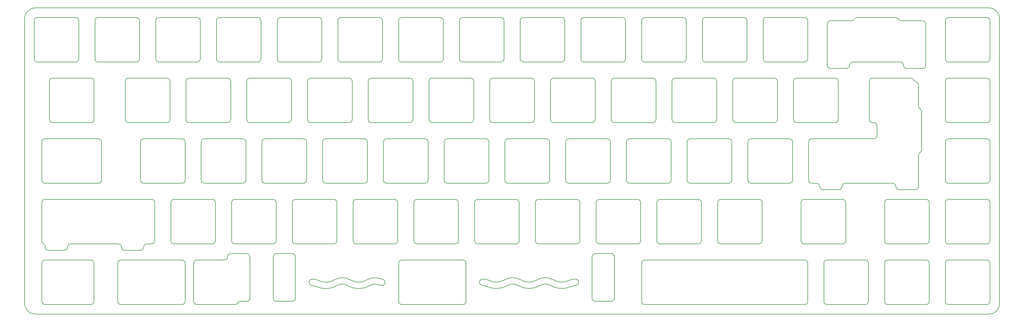
<source format=gm1>
G04 #@! TF.GenerationSoftware,KiCad,Pcbnew,(5.1.5)-3*
G04 #@! TF.CreationDate,2020-06-26T12:36:06-04:00*
G04 #@! TF.ProjectId,discipline-pcb,64697363-6970-46c6-996e-652d7063622e,rev?*
G04 #@! TF.SameCoordinates,Original*
G04 #@! TF.FileFunction,Profile,NP*
%FSLAX46Y46*%
G04 Gerber Fmt 4.6, Leading zero omitted, Abs format (unit mm)*
G04 Created by KiCad (PCBNEW (5.1.5)-3) date 2020-06-26 12:36:06*
%MOMM*%
%LPD*%
G04 APERTURE LIST*
%ADD10C,0.150000*%
%ADD11C,0.200000*%
G04 APERTURE END LIST*
D10*
X56647558Y-91322900D02*
X355783441Y-91322900D01*
D11*
X131284250Y-182522901D02*
X131284250Y-169522901D01*
X132284250Y-183522901D02*
G75*
G02X131284250Y-182522901I0J1000000D01*
G01*
X137284250Y-168522901D02*
X132284250Y-168522901D01*
X137284250Y-183522901D02*
X132284250Y-183522901D01*
X138284250Y-182522901D02*
X138284250Y-169522901D01*
X138284250Y-182522901D02*
G75*
G02X137284250Y-183522901I-1000000J0D01*
G01*
X137284250Y-168522901D02*
G75*
G02X138284250Y-169522901I0J-1000000D01*
G01*
X131284250Y-169522901D02*
G75*
G02X132284250Y-168522901I1000000J0D01*
G01*
X237284250Y-168522901D02*
G75*
G02X238284250Y-169522901I0J-1000000D01*
G01*
X237284250Y-183522901D02*
X232284250Y-183522901D01*
X238284250Y-182522901D02*
X238284250Y-169522901D01*
X231284250Y-182522901D02*
X231284250Y-169522901D01*
X237284250Y-168522901D02*
X232284250Y-168522901D01*
X231284250Y-169522901D02*
G75*
G02X232284250Y-168522901I1000000J0D01*
G01*
X238284250Y-182522901D02*
G75*
G02X237284250Y-183522901I-1000000J0D01*
G01*
X232284250Y-183522901D02*
G75*
G02X231284250Y-182522901I0J1000000D01*
G01*
X171640500Y-184522901D02*
G75*
G02X170640500Y-183522901I0J1000000D01*
G01*
X170640500Y-171522901D02*
X170640500Y-183522901D01*
X191784250Y-183522901D02*
G75*
G02X190784250Y-184522901I-1000000J0D01*
G01*
X170640500Y-171522901D02*
G75*
G02X171640500Y-170522901I1000000J0D01*
G01*
X190784250Y-170522901D02*
G75*
G02X191784250Y-171522901I0J-1000000D01*
G01*
X191784250Y-171522901D02*
X191784250Y-183522901D01*
X161698107Y-178502520D02*
X161605141Y-178556818D01*
X143453074Y-178553845D02*
G75*
G02X145040341Y-178944527I-385301J-4985132D01*
G01*
X154451367Y-178502520D02*
X154544333Y-178556818D01*
X142530135Y-177556818D02*
X142530135Y-177556818D01*
X150323654Y-176829812D02*
X150416620Y-176775514D01*
X151332341Y-178556819D02*
G75*
G02X145040341Y-178944527I-3530404J6044523D01*
G01*
X160596454Y-176829812D02*
G75*
G02X155553020Y-176829812I-2521717J4317516D01*
G01*
X166390500Y-177522900D02*
X166390500Y-177522900D01*
X166390500Y-177522901D02*
G75*
G02X165266353Y-178515164I-1000000J1D01*
G01*
X142530135Y-177556818D02*
G75*
G02X143530135Y-176556818I1000000J0D01*
G01*
X155460054Y-176775514D02*
X155553020Y-176829812D01*
X203787769Y-176795894D02*
G75*
G02X199024080Y-176947557I-2521717J4317516D01*
G01*
X151332341Y-178556818D02*
X151425307Y-178502520D01*
X151425306Y-178502521D02*
G75*
G02X154451367Y-178502520I1513031J-2590509D01*
G01*
X160596454Y-176829812D02*
X160689420Y-176775514D01*
X224573526Y-178910490D02*
G75*
G02X226158790Y-178519893I1972767J-4594364D01*
G01*
X143530135Y-176556818D02*
X143766387Y-176556818D01*
X161698106Y-178502520D02*
G75*
G02X164214617Y-178265835I1513031J-2590510D01*
G01*
X165266353Y-178515165D02*
G75*
G02X164214617Y-178265835I620731J4961320D01*
G01*
X143766387Y-176556818D02*
G75*
G02X145559965Y-176981475I0J-4000000D01*
G01*
X160689420Y-176775514D02*
G75*
G02X164577976Y-176283482I2521717J-4317516D01*
G01*
X150416620Y-176775514D02*
G75*
G02X155460054Y-176775514I2521717J-4317516D01*
G01*
X196917189Y-178519927D02*
G75*
G02X198504456Y-178910609I-385302J-4985132D01*
G01*
X161605141Y-178556818D02*
G75*
G02X154544333Y-178556818I-3530404J6044522D01*
G01*
X196917190Y-178519927D02*
G75*
G02X195994250Y-177522901I77060J997026D01*
G01*
X195994250Y-177522901D02*
G75*
G02X196994250Y-176522901I1000000J0D01*
G01*
X165612160Y-176547776D02*
G75*
G02X166390500Y-177522901I-221660J-975124D01*
G01*
X165612158Y-176547777D02*
G75*
G02X164577976Y-176283482I4433173J19502487D01*
G01*
X150323654Y-176829812D02*
G75*
G02X145559965Y-176981475I-2521717J4317516D01*
G01*
X143453075Y-178553844D02*
G75*
G02X142530135Y-177556818I77060J997026D01*
G01*
X214153535Y-176741596D02*
G75*
G02X219196969Y-176741596I2521717J-4317516D01*
G01*
X208924169Y-176741596D02*
X209017135Y-176795894D01*
X224573526Y-178910489D02*
G75*
G02X218281248Y-178522900I-2761874J6432111D01*
G01*
X215162221Y-178468603D02*
G75*
G02X218188282Y-178468602I1513031J-2590509D01*
G01*
X215069256Y-178522900D02*
G75*
G02X208008448Y-178522900I-3530404J6044522D01*
G01*
X203880735Y-176741596D02*
G75*
G02X208924169Y-176741596I2521717J-4317516D01*
G01*
X204889421Y-178468603D02*
G75*
G02X207915482Y-178468602I1513031J-2590509D01*
G01*
X204796456Y-178522901D02*
G75*
G02X198504456Y-178910609I-3530404J6044523D01*
G01*
X204796456Y-178522901D02*
X204889422Y-178468602D01*
X227081290Y-177522901D02*
G75*
G02X226158790Y-178519893I-1000000J0D01*
G01*
X224053624Y-176947558D02*
G75*
G02X225847202Y-176522901I1793578J-3575343D01*
G01*
X224053624Y-176947557D02*
G75*
G02X219289935Y-176795894I-2241972J4469179D01*
G01*
X225847202Y-176522901D02*
X226081290Y-176522901D01*
X226081290Y-176522901D02*
G75*
G02X227081290Y-177522901I0J-1000000D01*
G01*
X195994250Y-177522901D02*
X195994250Y-177522901D01*
X196994250Y-176522901D02*
X197230502Y-176522901D01*
X227081290Y-177522901D02*
X227081290Y-177522901D01*
X219196969Y-176741596D02*
X219289935Y-176795894D01*
X214060569Y-176795894D02*
G75*
G02X209017135Y-176795894I-2521717J4317516D01*
G01*
X215162222Y-178468602D02*
X215069256Y-178522901D01*
X197230502Y-176522900D02*
G75*
G02X199024080Y-176947557I0J-4000001D01*
G01*
X214060569Y-176795894D02*
X214153535Y-176741596D01*
X207915482Y-178468602D02*
X208008448Y-178522901D01*
X218188282Y-178468602D02*
X218281248Y-178522901D01*
X203787769Y-176795894D02*
X203880735Y-176741596D01*
X171640500Y-170522901D02*
X190784250Y-170522901D01*
X171640500Y-184522901D02*
X190784250Y-184522901D01*
X58721750Y-171522901D02*
X58721750Y-183522901D01*
X58721750Y-171522901D02*
G75*
G02X59721750Y-170522901I1000000J0D01*
G01*
X75103000Y-171522901D02*
X75103000Y-183522901D01*
X75103000Y-183522901D02*
G75*
G02X74103000Y-184522901I-1000000J0D01*
G01*
X59721750Y-184522901D02*
G75*
G02X58721750Y-183522901I0J1000000D01*
G01*
X74103000Y-170522901D02*
G75*
G02X75103000Y-171522901I0J-1000000D01*
G01*
X59721750Y-184522901D02*
X74103000Y-184522901D01*
X59721750Y-170522901D02*
X74103000Y-170522901D01*
X82534250Y-171522901D02*
X82534250Y-183522901D01*
X83534250Y-184522901D02*
G75*
G02X82534250Y-183522901I0J1000000D01*
G01*
X82534250Y-171522901D02*
G75*
G02X83534250Y-170522901I1000000J0D01*
G01*
X103678000Y-171522901D02*
X103678000Y-183522901D01*
X102678000Y-170522901D02*
G75*
G02X103678000Y-171522901I0J-1000000D01*
G01*
X103678000Y-183522901D02*
G75*
G02X102678000Y-184522901I-1000000J0D01*
G01*
X83534250Y-170522901D02*
X102678000Y-170522901D01*
X83534250Y-184522901D02*
X102678000Y-184522901D01*
X107346750Y-184522901D02*
X119346750Y-184522901D01*
X106346750Y-171522901D02*
X106346750Y-183522901D01*
X122990500Y-168522901D02*
G75*
G02X123990500Y-169522901I0J-1000000D01*
G01*
X116990500Y-169522901D02*
G75*
G02X117990500Y-168522901I1000000J0D01*
G01*
X107346750Y-184522901D02*
G75*
G02X106346750Y-183522901I0J1000000D01*
G01*
X123990500Y-182522901D02*
G75*
G02X122990500Y-183522901I-1000000J0D01*
G01*
X123990500Y-182522901D02*
X123990500Y-169522901D01*
X120212775Y-184022901D02*
G75*
G02X119346750Y-184522901I-866025J500000D01*
G01*
X122990500Y-168522901D02*
X117990500Y-168522901D01*
X106346750Y-171522901D02*
G75*
G02X107346750Y-170522901I1000000J0D01*
G01*
X116990500Y-169522901D02*
G75*
G02X115990500Y-170522901I-1000000J0D01*
G01*
X116990499Y-169522901D02*
X116990499Y-169522901D01*
X107346750Y-170522901D02*
X115990500Y-170522901D01*
X122990500Y-183522901D02*
X121078800Y-183522901D01*
X120212775Y-184022901D02*
G75*
G02X121078800Y-183522901I866025J-500000D01*
G01*
X343090500Y-184522901D02*
X355090500Y-184522901D01*
X343090500Y-184522901D02*
G75*
G02X342090500Y-183522901I0J1000000D01*
G01*
X323040500Y-171522901D02*
G75*
G02X324040500Y-170522901I1000000J0D01*
G01*
X337040500Y-183522901D02*
G75*
G02X336040500Y-184522901I-1000000J0D01*
G01*
X356090500Y-183522901D02*
G75*
G02X355090500Y-184522901I-1000000J0D01*
G01*
X324040500Y-184522901D02*
G75*
G02X323040500Y-183522901I0J1000000D01*
G01*
X343090500Y-170522901D02*
X355090500Y-170522901D01*
X355090500Y-170522901D02*
G75*
G02X356090500Y-171522901I0J-1000000D01*
G01*
X336040500Y-170522901D02*
G75*
G02X337040500Y-171522901I0J-1000000D01*
G01*
X342090500Y-171522901D02*
X342090500Y-183522901D01*
X342090500Y-171522901D02*
G75*
G02X343090500Y-170522901I1000000J0D01*
G01*
X356090500Y-171522901D02*
X356090500Y-183522901D01*
X303990500Y-171522901D02*
G75*
G02X304990500Y-170522901I1000000J0D01*
G01*
X317990500Y-183522901D02*
G75*
G02X316990500Y-184522901I-1000000J0D01*
G01*
X324040500Y-170522901D02*
X336040500Y-170522901D01*
X323040500Y-171522901D02*
X323040500Y-183522901D01*
X303990500Y-171522901D02*
X303990500Y-183522901D01*
X324040500Y-184522901D02*
X336040500Y-184522901D01*
X304990500Y-184522901D02*
X316990500Y-184522901D01*
X316990500Y-170522901D02*
G75*
G02X317990500Y-171522901I0J-1000000D01*
G01*
X337040500Y-171522901D02*
X337040500Y-183522901D01*
X317990500Y-171522901D02*
X317990500Y-183522901D01*
X304990500Y-184522901D02*
G75*
G02X303990500Y-183522901I0J1000000D01*
G01*
X304990500Y-170522901D02*
X316990500Y-170522901D01*
X247840500Y-184522901D02*
X297940500Y-184522901D01*
X247840500Y-170522901D02*
X297940500Y-170522901D01*
X247840500Y-184522901D02*
G75*
G02X246840500Y-183522901I0J1000000D01*
G01*
X246840500Y-171522901D02*
X246840500Y-183522901D01*
X298940500Y-171522901D02*
X298940500Y-183522901D01*
X298940500Y-183522901D02*
G75*
G02X297940500Y-184522901I-1000000J0D01*
G01*
X246840500Y-171522901D02*
G75*
G02X247840500Y-170522901I1000000J0D01*
G01*
X297940500Y-170522901D02*
G75*
G02X298940500Y-171522901I0J-1000000D01*
G01*
X57340499Y-108322901D02*
G75*
G02X56340499Y-107322901I0J1000000D01*
G01*
X70340499Y-107322901D02*
G75*
G02X69340500Y-108322900I-999999J0D01*
G01*
X56340499Y-95322900D02*
G75*
G02X57340499Y-94322900I1000000J0D01*
G01*
X57340499Y-94322900D02*
X69340500Y-94322900D01*
X57340499Y-108322900D02*
X69340500Y-108322900D01*
X70340499Y-95322900D02*
X70340499Y-107322901D01*
X69340500Y-94322901D02*
G75*
G02X70340499Y-95322900I0J-999999D01*
G01*
X56340499Y-95322900D02*
X56340499Y-107322901D01*
X343090500Y-94322900D02*
X355090500Y-94322900D01*
X343090500Y-108322900D02*
X355090500Y-108322900D01*
X285940500Y-108322901D02*
G75*
G02X284940500Y-107322901I0J1000000D01*
G01*
X329953500Y-110322901D02*
X334953500Y-110322901D01*
X284940500Y-95322900D02*
G75*
G02X285940500Y-94322900I1000000J0D01*
G01*
X335953500Y-96322901D02*
X335953500Y-109322901D01*
X305077500Y-96322901D02*
G75*
G02X306077500Y-95322901I1000000J0D01*
G01*
X342090500Y-95322900D02*
X342090500Y-107322901D01*
X298940499Y-107322901D02*
G75*
G02X297940500Y-108322900I-999999J0D01*
G01*
X297940500Y-94322900D02*
G75*
G02X298940500Y-95322900I0J-1000000D01*
G01*
X356090500Y-95322900D02*
X356090500Y-107322901D01*
X314515500Y-94322900D02*
X326515500Y-94322900D01*
X306077500Y-110322901D02*
X311077500Y-110322901D01*
X355090500Y-94322900D02*
G75*
G02X356090500Y-95322900I0J-1000000D01*
G01*
X326515500Y-94322900D02*
G75*
G02X327381525Y-94822900I0J-1000000D01*
G01*
X334953500Y-95322901D02*
G75*
G02X335953500Y-96322901I0J-1000000D01*
G01*
X305077500Y-96322901D02*
X305077500Y-109322901D01*
X342090500Y-95322900D02*
G75*
G02X343090500Y-94322900I1000000J0D01*
G01*
X306077500Y-110322901D02*
G75*
G02X305077500Y-109322901I0J1000000D01*
G01*
X312077500Y-109322901D02*
G75*
G02X311077500Y-110322901I-1000000J0D01*
G01*
X313649475Y-94822900D02*
G75*
G02X314515500Y-94322900I866025J-500000D01*
G01*
X329953500Y-110322901D02*
G75*
G02X328953500Y-109322901I0J1000000D01*
G01*
X335953500Y-109322901D02*
G75*
G02X334953500Y-110322901I-1000000J0D01*
G01*
X221740500Y-94322900D02*
G75*
G02X222740500Y-95322900I0J-1000000D01*
G01*
X209740500Y-108322901D02*
G75*
G02X208740500Y-107322901I0J1000000D01*
G01*
X222740500Y-95322900D02*
X222740500Y-107322901D01*
X184640498Y-107322901D02*
G75*
G02X183640499Y-108322900I-999999J0D01*
G01*
X209740500Y-94322900D02*
X221740500Y-94322900D01*
X228790500Y-94322900D02*
X240790500Y-94322900D01*
X228790500Y-108322900D02*
X240790500Y-108322900D01*
X203690499Y-107322901D02*
G75*
G02X202690500Y-108322900I-999999J0D01*
G01*
X190690500Y-108322901D02*
G75*
G02X189690500Y-107322901I0J1000000D01*
G01*
X190690500Y-94322900D02*
X202690500Y-94322900D01*
X189690500Y-95322900D02*
G75*
G02X190690500Y-94322900I1000000J0D01*
G01*
X208740500Y-95322900D02*
X208740500Y-107322901D01*
X222740499Y-107322901D02*
G75*
G02X221740500Y-108322900I-999999J0D01*
G01*
X227790500Y-95322900D02*
X227790500Y-107322901D01*
X241790500Y-95322900D02*
X241790500Y-107322901D01*
X190690500Y-108322900D02*
X202690500Y-108322900D01*
X227790500Y-95322900D02*
G75*
G02X228790500Y-94322900I1000000J0D01*
G01*
X203690500Y-95322900D02*
X203690500Y-107322901D01*
X209740500Y-108322900D02*
X221740500Y-108322900D01*
X208740500Y-95322900D02*
G75*
G02X209740500Y-94322900I1000000J0D01*
G01*
X171640500Y-108322901D02*
G75*
G02X170640500Y-107322901I0J1000000D01*
G01*
X202690500Y-94322900D02*
G75*
G02X203690500Y-95322900I0J-1000000D01*
G01*
X189690500Y-95322900D02*
X189690500Y-107322901D01*
X356090499Y-107322901D02*
G75*
G02X355090500Y-108322900I-999999J0D01*
G01*
X343090500Y-108322901D02*
G75*
G02X342090500Y-107322901I0J1000000D01*
G01*
X171640500Y-94322900D02*
X183640499Y-94322900D01*
X171640500Y-108322900D02*
X183640499Y-108322900D01*
X133540500Y-108322900D02*
X145540500Y-108322900D01*
X133540500Y-108322901D02*
G75*
G02X132540500Y-107322901I0J1000000D01*
G01*
X146540499Y-107322901D02*
G75*
G02X145540500Y-108322900I-999999J0D01*
G01*
X164590500Y-94322900D02*
G75*
G02X165590500Y-95322900I0J-1000000D01*
G01*
X170640500Y-95322900D02*
X170640500Y-107322901D01*
X184640499Y-95322900D02*
X184640499Y-107322901D01*
X132540500Y-95322900D02*
X132540500Y-107322901D01*
X183640499Y-94322900D02*
G75*
G02X184640499Y-95322900I0J-1000000D01*
G01*
X127490499Y-107322901D02*
G75*
G02X126490500Y-108322900I-999999J0D01*
G01*
X146540500Y-95322900D02*
X146540500Y-107322901D01*
X165590500Y-95322900D02*
X165590500Y-107322901D01*
X133540500Y-94322900D02*
X145540500Y-94322900D01*
X145540500Y-94322900D02*
G75*
G02X146540500Y-95322900I0J-1000000D01*
G01*
X152590500Y-94322900D02*
X164590500Y-94322900D01*
X151590500Y-95322900D02*
G75*
G02X152590500Y-94322900I1000000J0D01*
G01*
X170640500Y-95322900D02*
G75*
G02X171640500Y-94322900I1000000J0D01*
G01*
X152590500Y-108322901D02*
G75*
G02X151590500Y-107322901I0J1000000D01*
G01*
X165590499Y-107322901D02*
G75*
G02X164590500Y-108322900I-999999J0D01*
G01*
X132540500Y-95322900D02*
G75*
G02X133540500Y-94322900I1000000J0D01*
G01*
X152590500Y-108322900D02*
X164590500Y-108322900D01*
X151590500Y-95322900D02*
X151590500Y-107322901D01*
X328953500Y-109322901D02*
X328953500Y-109322901D01*
X313077500Y-108322900D02*
X327953500Y-108322900D01*
X313649474Y-94822900D02*
G75*
G02X312783449Y-95322900I-866025J500000D01*
G01*
X328247550Y-95322900D02*
G75*
G02X327381525Y-94822900I0J1000000D01*
G01*
X312077499Y-109322901D02*
G75*
G02X313077500Y-108322900I1000001J0D01*
G01*
X327953500Y-108322901D02*
G75*
G02X328953500Y-109322901I0J-1000000D01*
G01*
X334953500Y-95322901D02*
X328247550Y-95322900D01*
X312077500Y-109322901D02*
X312077500Y-109322901D01*
X306077500Y-95322901D02*
X312783449Y-95322900D01*
X246840500Y-95322900D02*
X246840500Y-107322901D01*
X241790499Y-107322901D02*
G75*
G02X240790500Y-108322900I-999999J0D01*
G01*
X266890500Y-108322901D02*
G75*
G02X265890500Y-107322901I0J1000000D01*
G01*
X247840500Y-108322900D02*
X259840500Y-108322900D01*
X266890500Y-94322900D02*
X278890500Y-94322900D01*
X265890500Y-95322900D02*
X265890500Y-107322901D01*
X246840500Y-95322900D02*
G75*
G02X247840500Y-94322900I1000000J0D01*
G01*
X278890500Y-94322900D02*
G75*
G02X279890500Y-95322900I0J-1000000D01*
G01*
X247840500Y-94322900D02*
X259840500Y-94322900D01*
X240790500Y-94322900D02*
G75*
G02X241790500Y-95322900I0J-1000000D01*
G01*
X279890500Y-95322900D02*
X279890500Y-107322901D01*
X285940500Y-94322900D02*
X297940500Y-94322900D01*
X265890500Y-95322900D02*
G75*
G02X266890500Y-94322900I1000000J0D01*
G01*
X279890499Y-107322901D02*
G75*
G02X278890500Y-108322900I-999999J0D01*
G01*
X266890500Y-108322900D02*
X278890500Y-108322900D01*
X285940500Y-108322900D02*
X297940500Y-108322900D01*
X284940500Y-95322900D02*
X284940500Y-107322901D01*
X260840500Y-95322900D02*
X260840500Y-107322901D01*
X298940500Y-95322900D02*
X298940500Y-107322901D01*
X259840500Y-94322900D02*
G75*
G02X260840500Y-95322900I0J-1000000D01*
G01*
X228790500Y-108322901D02*
G75*
G02X227790500Y-107322901I0J1000000D01*
G01*
X247840500Y-108322901D02*
G75*
G02X246840500Y-107322901I0J1000000D01*
G01*
X260840499Y-107322901D02*
G75*
G02X259840500Y-108322900I-999999J0D01*
G01*
X108440500Y-95322900D02*
X108440500Y-107322901D01*
X95440500Y-108322901D02*
G75*
G02X94440500Y-107322901I0J1000000D01*
G01*
X108440499Y-107322901D02*
G75*
G02X107440500Y-108322900I-999999J0D01*
G01*
X76390500Y-108322900D02*
X88390500Y-108322900D01*
X95440500Y-94322900D02*
X107440500Y-94322900D01*
X95440500Y-108322900D02*
X107440500Y-108322900D01*
X94440500Y-95322900D02*
X94440500Y-107322901D01*
X114490499Y-94322900D02*
X126490500Y-94322900D01*
X114490499Y-108322900D02*
X126490500Y-108322900D01*
X113490500Y-95322900D02*
X113490500Y-107322901D01*
X107440500Y-94322900D02*
G75*
G02X108440500Y-95322900I0J-1000000D01*
G01*
X127490499Y-95322900D02*
X127490499Y-107322901D01*
X89390499Y-107322901D02*
G75*
G02X88390500Y-108322900I-999999J0D01*
G01*
X113490499Y-95322900D02*
G75*
G02X114490499Y-94322900I1000000J0D01*
G01*
X126490500Y-94322900D02*
G75*
G02X127490500Y-95322900I0J-1000000D01*
G01*
X114490499Y-108322901D02*
G75*
G02X113490499Y-107322901I0J1000000D01*
G01*
X76390500Y-94322900D02*
X88390500Y-94322900D01*
X94440500Y-95322900D02*
G75*
G02X95440500Y-94322900I1000000J0D01*
G01*
X75390500Y-95322900D02*
X75390500Y-107322901D01*
X89390500Y-95322900D02*
X89390500Y-107322901D01*
X75390500Y-95322900D02*
G75*
G02X76390500Y-94322900I1000000J0D01*
G01*
X88390500Y-94322900D02*
G75*
G02X89390500Y-95322900I0J-1000000D01*
G01*
X76390500Y-108322901D02*
G75*
G02X75390500Y-107322901I0J1000000D01*
G01*
X318277999Y-114372901D02*
X318277999Y-126372901D01*
X318277999Y-114372901D02*
G75*
G02X319277999Y-113372901I1000000J0D01*
G01*
X334159250Y-123031876D02*
G75*
G02X334659250Y-123897901I-500000J-866025D01*
G01*
X331277999Y-113372902D02*
G75*
G02X332178837Y-113938745I1J-999999D01*
G01*
X319277999Y-127372901D02*
G75*
G02X318277999Y-126372901I0J1000000D01*
G01*
X334659250Y-123897901D02*
X334659250Y-135897901D01*
X319277999Y-113372901D02*
X331278000Y-113372901D01*
X334659250Y-135897901D02*
G75*
G02X334159250Y-136763926I-1000000J0D01*
G01*
X332869463Y-114482245D02*
G75*
G02X333659250Y-115459901I-210213J-977656D01*
G01*
X327572250Y-148422901D02*
G75*
G02X326572250Y-147422901I0J1000000D01*
G01*
X327572250Y-148422901D02*
X332572250Y-148422901D01*
X325572250Y-146422901D02*
G75*
G02X326572250Y-147422901I0J-1000000D01*
G01*
X326572250Y-147422901D02*
X326572250Y-147422901D01*
X333659250Y-147422901D02*
X333659250Y-137629951D01*
X333659250Y-137629951D02*
G75*
G02X334159250Y-136763926I1000000J0D01*
G01*
X320659250Y-131422901D02*
G75*
G02X319659250Y-132422901I-1000000J0D01*
G01*
X319659250Y-127372901D02*
X319277999Y-127372901D01*
X319659250Y-127372901D02*
G75*
G02X320659250Y-128372901I0J-1000000D01*
G01*
X333659250Y-115459901D02*
X333659250Y-122165850D01*
X332869462Y-114482245D02*
G75*
G02X332178837Y-113938745I210213J977656D01*
G01*
X334159250Y-123031875D02*
G75*
G02X333659250Y-122165850I500000J866025D01*
G01*
X332572250Y-148422901D02*
X332659250Y-148422901D01*
X333659250Y-147422901D02*
G75*
G02X332659250Y-148422901I-1000000J0D01*
G01*
X320659250Y-131422901D02*
X320659250Y-128372901D01*
X300228000Y-146422901D02*
G75*
G02X299228000Y-145422901I0J1000000D01*
G01*
X299228000Y-133422901D02*
X299228000Y-145422901D01*
X303696250Y-148422901D02*
X308696250Y-148422901D01*
X303696250Y-148422901D02*
G75*
G02X302696250Y-147422901I0J1000000D01*
G01*
X309696250Y-147422901D02*
G75*
G02X308696250Y-148422901I-1000000J0D01*
G01*
X299228000Y-133422901D02*
G75*
G02X300228000Y-132422901I1000000J0D01*
G01*
X301696250Y-146422901D02*
G75*
G02X302696250Y-147422901I0J-1000000D01*
G01*
X309696250Y-147422901D02*
G75*
G02X310696250Y-146422901I1000000J0D01*
G01*
X302696250Y-147422901D02*
X302696250Y-147422901D01*
X300228000Y-146422901D02*
X301696250Y-146422901D01*
X310696250Y-146422901D02*
X325572250Y-146422901D01*
X309696250Y-147422901D02*
X309696250Y-147422901D01*
X300228000Y-132422901D02*
X319659250Y-132422901D01*
X90684750Y-166472901D02*
G75*
G02X89684750Y-167472901I-1000000J0D01*
G01*
X93153000Y-151472900D02*
G75*
G02X94153000Y-152472900I0J-1000000D01*
G01*
X84684750Y-167472900D02*
X89684750Y-167472900D01*
X84684750Y-167472901D02*
G75*
G02X83684750Y-166472901I0J1000000D01*
G01*
X94153000Y-152472900D02*
X94153000Y-164472901D01*
X66808750Y-166472901D02*
G75*
G02X65808750Y-167472901I-1000000J0D01*
G01*
X58721750Y-152472900D02*
G75*
G02X59721750Y-151472900I1000000J0D01*
G01*
X59265250Y-165362624D02*
G75*
G02X58721750Y-164472901I456500J889723D01*
G01*
X94153000Y-164472901D02*
G75*
G02X93153000Y-165472901I-1000000J0D01*
G01*
X60808749Y-167472900D02*
X65808750Y-167472900D01*
X58721750Y-152472900D02*
X58721750Y-164472901D01*
X60808749Y-167472901D02*
G75*
G02X59808749Y-166472901I0J1000000D01*
G01*
X66808750Y-166472901D02*
G75*
G02X67808750Y-165472901I1000000J0D01*
G01*
X90684750Y-166472901D02*
G75*
G02X91684750Y-165472901I1000000J0D01*
G01*
X91684750Y-165472900D02*
X93153000Y-165472900D01*
X66808750Y-166472901D02*
X66808750Y-166472901D01*
X59808749Y-166472901D02*
X59808749Y-166252347D01*
X83684750Y-166472901D02*
X83684750Y-166472901D01*
X90684750Y-166472901D02*
X90684750Y-166472901D01*
X82684750Y-165472901D02*
G75*
G02X83684750Y-166472901I0J-1000000D01*
G01*
X59721750Y-151472901D02*
X93153000Y-151472901D01*
X67808750Y-165472900D02*
X82684750Y-165472900D01*
X59265250Y-165362624D02*
G75*
G02X59808750Y-166252347I-456500J-889723D01*
G01*
X61102999Y-114372901D02*
X61102999Y-126372901D01*
X75103000Y-126372901D02*
G75*
G02X74103000Y-127372901I-1000000J0D01*
G01*
X61103000Y-114372901D02*
G75*
G02X62103000Y-113372901I1000000J0D01*
G01*
X62103000Y-113372901D02*
X74103000Y-113372901D01*
X75103000Y-114372901D02*
X75103000Y-126372901D01*
X62103000Y-127372901D02*
G75*
G02X61103000Y-126372901I0J1000000D01*
G01*
X62103000Y-127372901D02*
X74103000Y-127372901D01*
X74103000Y-113372901D02*
G75*
G02X75103000Y-114372901I0J-1000000D01*
G01*
X77484250Y-133422901D02*
X77484250Y-145422901D01*
X58721750Y-133422901D02*
G75*
G02X59721750Y-132422901I1000000J0D01*
G01*
X76484250Y-132422901D02*
G75*
G02X77484250Y-133422901I0J-1000000D01*
G01*
X77484250Y-145422901D02*
G75*
G02X76484250Y-146422901I-1000000J0D01*
G01*
X58721750Y-133422901D02*
X58721750Y-145422901D01*
X59721750Y-146422901D02*
G75*
G02X58721750Y-145422901I0J1000000D01*
G01*
X59721750Y-146422901D02*
X76484250Y-146422901D01*
X59721750Y-132422901D02*
X76484250Y-132422901D01*
X324040500Y-165472900D02*
X336040500Y-165472900D01*
X297846750Y-165472900D02*
X309846750Y-165472900D01*
X271653000Y-165472900D02*
X283653000Y-165472900D01*
X343090500Y-165472900D02*
X355090500Y-165472900D01*
X252603000Y-165472900D02*
X264603000Y-165472900D01*
X233553000Y-165472900D02*
X245553000Y-165472900D01*
X100203000Y-165472900D02*
X112203000Y-165472900D01*
X138303000Y-165472900D02*
X150302999Y-165472900D01*
X119253000Y-165472900D02*
X131253000Y-165472900D01*
X157353000Y-165472900D02*
X169353000Y-165472900D01*
X176403000Y-165472900D02*
X188403000Y-165472900D01*
X195453000Y-165472900D02*
X207453000Y-165472900D01*
X214503000Y-165472900D02*
X226503000Y-165472900D01*
X252603000Y-151472901D02*
X264603000Y-151472901D01*
X296846750Y-152472900D02*
G75*
G02X297846750Y-151472900I1000000J0D01*
G01*
X232553000Y-152472900D02*
X232553000Y-164472901D01*
X324040500Y-165472901D02*
G75*
G02X323040500Y-164472901I0J1000000D01*
G01*
X233553000Y-151472901D02*
X245553000Y-151472901D01*
X251603000Y-152472900D02*
X251603000Y-164472901D01*
X227503000Y-164472901D02*
G75*
G02X226503000Y-165472901I-1000000J0D01*
G01*
X270653000Y-152472900D02*
X270653000Y-164472901D01*
X310846750Y-164472901D02*
G75*
G02X309846750Y-165472901I-1000000J0D01*
G01*
X356090500Y-164472901D02*
G75*
G02X355090500Y-165472901I-1000000J0D01*
G01*
X283653000Y-151472900D02*
G75*
G02X284653000Y-152472900I0J-1000000D01*
G01*
X356090500Y-152472900D02*
X356090500Y-164472901D01*
X264603000Y-151472900D02*
G75*
G02X265603000Y-152472900I0J-1000000D01*
G01*
X232553000Y-152472900D02*
G75*
G02X233553000Y-151472900I1000000J0D01*
G01*
X296846750Y-152472900D02*
X296846750Y-164472901D01*
X245553000Y-151472900D02*
G75*
G02X246553000Y-152472900I0J-1000000D01*
G01*
X214503000Y-165472901D02*
G75*
G02X213503000Y-164472901I0J1000000D01*
G01*
X297846750Y-151472901D02*
X309846750Y-151472901D01*
X343090500Y-151472901D02*
X355090500Y-151472901D01*
X246553000Y-152472900D02*
X246553000Y-164472901D01*
X265603000Y-164472901D02*
G75*
G02X264603000Y-165472901I-1000000J0D01*
G01*
X342090500Y-152472900D02*
X342090500Y-164472901D01*
X284653000Y-164472901D02*
G75*
G02X283653000Y-165472901I-1000000J0D01*
G01*
X284653000Y-152472900D02*
X284653000Y-164472901D01*
X271653000Y-165472901D02*
G75*
G02X270653000Y-164472901I0J1000000D01*
G01*
X337040500Y-164472901D02*
G75*
G02X336040500Y-165472901I-1000000J0D01*
G01*
X233553000Y-165472901D02*
G75*
G02X232553000Y-164472901I0J1000000D01*
G01*
X246553000Y-164472901D02*
G75*
G02X245553000Y-165472901I-1000000J0D01*
G01*
X297846750Y-165472901D02*
G75*
G02X296846750Y-164472901I0J1000000D01*
G01*
X324040500Y-151472901D02*
X336040500Y-151472901D01*
X342090500Y-152472900D02*
G75*
G02X343090500Y-151472900I1000000J0D01*
G01*
X265603000Y-152472900D02*
X265603000Y-164472901D01*
X271653000Y-151472901D02*
X283653000Y-151472901D01*
X355090500Y-151472900D02*
G75*
G02X356090500Y-152472900I0J-1000000D01*
G01*
X343090500Y-165472901D02*
G75*
G02X342090500Y-164472901I0J1000000D01*
G01*
X252603000Y-165472901D02*
G75*
G02X251603000Y-164472901I0J1000000D01*
G01*
X336040500Y-151472900D02*
G75*
G02X337040500Y-152472900I0J-1000000D01*
G01*
X309846750Y-151472900D02*
G75*
G02X310846750Y-152472900I0J-1000000D01*
G01*
X270653000Y-152472900D02*
G75*
G02X271653000Y-151472900I1000000J0D01*
G01*
X323040500Y-152472900D02*
X323040500Y-164472901D01*
X251603000Y-152472900D02*
G75*
G02X252603000Y-151472900I1000000J0D01*
G01*
X337040500Y-152472900D02*
X337040500Y-164472901D01*
X323040500Y-152472900D02*
G75*
G02X324040500Y-151472900I1000000J0D01*
G01*
X310846750Y-152472900D02*
X310846750Y-164472901D01*
X99203000Y-152472900D02*
X99203000Y-164472901D01*
X113203000Y-152472900D02*
X113203000Y-164472901D01*
X99203000Y-152472900D02*
G75*
G02X100203000Y-151472900I1000000J0D01*
G01*
X112203000Y-151472900D02*
G75*
G02X113203000Y-152472900I0J-1000000D01*
G01*
X119253000Y-151472901D02*
X131253000Y-151472901D01*
X118253000Y-152472900D02*
X118253000Y-164472901D01*
X132253000Y-152472900D02*
X132253000Y-164472901D01*
X118253000Y-152472900D02*
G75*
G02X119253000Y-151472900I1000000J0D01*
G01*
X100203000Y-151472901D02*
X112203000Y-151472901D01*
X131253000Y-151472900D02*
G75*
G02X132253000Y-152472900I0J-1000000D01*
G01*
X119253000Y-165472901D02*
G75*
G02X118253000Y-164472901I0J1000000D01*
G01*
X138303000Y-151472901D02*
X150302999Y-151472901D01*
X151303000Y-152472900D02*
X151303000Y-164472901D01*
X137303000Y-152472900D02*
G75*
G02X138303000Y-151472900I1000000J0D01*
G01*
X138303000Y-165472901D02*
G75*
G02X137303000Y-164472901I0J1000000D01*
G01*
X151302999Y-164472901D02*
G75*
G02X150302999Y-165472901I-1000000J0D01*
G01*
X137303000Y-152472900D02*
X137303000Y-164472901D01*
X132253000Y-164472901D02*
G75*
G02X131253000Y-165472901I-1000000J0D01*
G01*
X100203000Y-165472901D02*
G75*
G02X99203000Y-164472901I0J1000000D01*
G01*
X113203000Y-164472901D02*
G75*
G02X112203000Y-165472901I-1000000J0D01*
G01*
X150302999Y-151472900D02*
G75*
G02X151302999Y-152472900I0J-1000000D01*
G01*
X157353000Y-151472901D02*
X169353000Y-151472901D01*
X175403000Y-152472900D02*
X175403000Y-164472901D01*
X208453000Y-152472900D02*
X208453000Y-164472901D01*
X170353000Y-164472901D02*
G75*
G02X169353000Y-165472901I-1000000J0D01*
G01*
X213503000Y-152472900D02*
G75*
G02X214503000Y-151472900I1000000J0D01*
G01*
X226503000Y-151472900D02*
G75*
G02X227503000Y-152472900I0J-1000000D01*
G01*
X195453000Y-165472901D02*
G75*
G02X194453000Y-164472901I0J1000000D01*
G01*
X189403000Y-152472900D02*
X189403000Y-164472901D01*
X227503000Y-152472900D02*
X227503000Y-164472901D01*
X170353000Y-152472900D02*
X170353000Y-164472901D01*
X175403000Y-152472900D02*
G75*
G02X176403000Y-151472900I1000000J0D01*
G01*
X176403000Y-165472901D02*
G75*
G02X175403000Y-164472901I0J1000000D01*
G01*
X195453000Y-151472901D02*
X207453000Y-151472901D01*
X194453000Y-152472900D02*
G75*
G02X195453000Y-151472900I1000000J0D01*
G01*
X156353000Y-152472900D02*
G75*
G02X157353000Y-151472900I1000000J0D01*
G01*
X176403000Y-151472901D02*
X188403000Y-151472901D01*
X189403000Y-164472901D02*
G75*
G02X188403000Y-165472901I-1000000J0D01*
G01*
X194453000Y-152472900D02*
X194453000Y-164472901D01*
X214503000Y-151472901D02*
X226503000Y-151472901D01*
X157353000Y-165472901D02*
G75*
G02X156353000Y-164472901I0J1000000D01*
G01*
X156353000Y-152472900D02*
X156353000Y-164472901D01*
X169353000Y-151472900D02*
G75*
G02X170353000Y-152472900I0J-1000000D01*
G01*
X207453000Y-151472900D02*
G75*
G02X208453000Y-152472900I0J-1000000D01*
G01*
X208453000Y-164472901D02*
G75*
G02X207453000Y-165472901I-1000000J0D01*
G01*
X213503000Y-152472900D02*
X213503000Y-164472901D01*
X188403000Y-151472900D02*
G75*
G02X189403000Y-152472900I0J-1000000D01*
G01*
X256365500Y-114372901D02*
X256365500Y-126372901D01*
X250315500Y-113372901D02*
G75*
G02X251315500Y-114372901I0J-1000000D01*
G01*
X256365500Y-114372901D02*
G75*
G02X257365500Y-113372901I1000000J0D01*
G01*
X269365500Y-113372901D02*
G75*
G02X270365500Y-114372901I0J-1000000D01*
G01*
X237315500Y-114372901D02*
X237315500Y-126372901D01*
X257365500Y-127372901D02*
G75*
G02X256365500Y-126372901I0J1000000D01*
G01*
X257365500Y-127372901D02*
X269365500Y-127372901D01*
X295465500Y-127372901D02*
X307465500Y-127372901D01*
X232265500Y-114372901D02*
X232265500Y-126372901D01*
X270365500Y-126372901D02*
G75*
G02X269365500Y-127372901I-1000000J0D01*
G01*
X307465500Y-113372901D02*
G75*
G02X308465500Y-114372901I0J-1000000D01*
G01*
X219265500Y-127372901D02*
G75*
G02X218265500Y-126372901I0J1000000D01*
G01*
X294465500Y-114372901D02*
X294465500Y-126372901D01*
X295465500Y-127372901D02*
G75*
G02X294465500Y-126372901I0J1000000D01*
G01*
X308465500Y-126372901D02*
G75*
G02X307465500Y-127372901I-1000000J0D01*
G01*
X295465500Y-113372901D02*
X307465500Y-113372901D01*
X251315500Y-114372901D02*
X251315500Y-126372901D01*
X294465500Y-114372901D02*
G75*
G02X295465500Y-113372901I1000000J0D01*
G01*
X275415500Y-114372901D02*
G75*
G02X276415500Y-113372901I1000000J0D01*
G01*
X238315500Y-127372901D02*
X250315500Y-127372901D01*
X251315500Y-126372901D02*
G75*
G02X250315500Y-127372901I-1000000J0D01*
G01*
X275415500Y-114372901D02*
X275415500Y-126372901D01*
X218265500Y-114372901D02*
G75*
G02X219265500Y-113372901I1000000J0D01*
G01*
X232265500Y-126372901D02*
G75*
G02X231265500Y-127372901I-1000000J0D01*
G01*
X238315500Y-113372901D02*
X250315500Y-113372901D01*
X276415500Y-127372901D02*
X288415500Y-127372901D01*
X289415500Y-114372901D02*
X289415500Y-126372901D01*
X257365500Y-113372901D02*
X269365500Y-113372901D01*
X288415500Y-113372901D02*
G75*
G02X289415500Y-114372901I0J-1000000D01*
G01*
X276415500Y-127372901D02*
G75*
G02X275415500Y-126372901I0J1000000D01*
G01*
X276415500Y-113372901D02*
X288415500Y-113372901D01*
X308465500Y-114372901D02*
X308465500Y-126372901D01*
X231265500Y-113372901D02*
G75*
G02X232265500Y-114372901I0J-1000000D01*
G01*
X289415500Y-126372901D02*
G75*
G02X288415500Y-127372901I-1000000J0D01*
G01*
X270365500Y-114372901D02*
X270365500Y-126372901D01*
X238315500Y-127372901D02*
G75*
G02X237315500Y-126372901I0J1000000D01*
G01*
X237315500Y-114372901D02*
G75*
G02X238315500Y-113372901I1000000J0D01*
G01*
X85915500Y-127372901D02*
X97915500Y-127372901D01*
X85915500Y-113372901D02*
X97915500Y-113372901D01*
X85915500Y-127372901D02*
G75*
G02X84915500Y-126372901I0J1000000D01*
G01*
X117965500Y-114372901D02*
X117965500Y-126372901D01*
X103965500Y-114372901D02*
G75*
G02X104965500Y-113372901I1000000J0D01*
G01*
X84915500Y-114372901D02*
G75*
G02X85915500Y-113372901I1000000J0D01*
G01*
X98915500Y-114372901D02*
X98915500Y-126372901D01*
X98915500Y-126372901D02*
G75*
G02X97915500Y-127372901I-1000000J0D01*
G01*
X84915500Y-114372901D02*
X84915500Y-126372901D01*
X97915500Y-113372901D02*
G75*
G02X98915500Y-114372901I0J-1000000D01*
G01*
X104965500Y-113372901D02*
X116965500Y-113372901D01*
X104965500Y-127372901D02*
X116965500Y-127372901D01*
X103965500Y-114372901D02*
X103965500Y-126372901D01*
X356090500Y-126372901D02*
G75*
G02X355090500Y-127372901I-1000000J0D01*
G01*
X343090500Y-127372901D02*
G75*
G02X342090500Y-126372901I0J1000000D01*
G01*
X90678000Y-146422901D02*
X102678000Y-146422901D01*
X342090500Y-114372901D02*
X342090500Y-126372901D01*
X102678000Y-132422901D02*
G75*
G02X103678000Y-133422901I0J-1000000D01*
G01*
X108728000Y-133422901D02*
X108728000Y-145422901D01*
X89678000Y-133422901D02*
X89678000Y-145422901D01*
X103678000Y-133422901D02*
X103678000Y-145422901D01*
X122728000Y-145422901D02*
G75*
G02X121728000Y-146422901I-1000000J0D01*
G01*
X90678000Y-132422901D02*
X102678000Y-132422901D01*
X89678000Y-133422901D02*
G75*
G02X90678000Y-132422901I1000000J0D01*
G01*
X128778000Y-146422901D02*
X140778000Y-146422901D01*
X355090500Y-113372901D02*
G75*
G02X356090500Y-114372901I0J-1000000D01*
G01*
X122728000Y-133422901D02*
X122728000Y-145422901D01*
X127778000Y-133422901D02*
G75*
G02X128778000Y-132422901I1000000J0D01*
G01*
X109728000Y-132422901D02*
X121728000Y-132422901D01*
X109728000Y-146422901D02*
G75*
G02X108728000Y-145422901I0J1000000D01*
G01*
X343090500Y-113372901D02*
X355090500Y-113372901D01*
X140778000Y-132422901D02*
G75*
G02X141778000Y-133422901I0J-1000000D01*
G01*
X141778000Y-145422901D02*
G75*
G02X140778000Y-146422901I-1000000J0D01*
G01*
X147828000Y-132422901D02*
X159828000Y-132422901D01*
X103678000Y-145422901D02*
G75*
G02X102678000Y-146422901I-1000000J0D01*
G01*
X343090500Y-127372901D02*
X355090500Y-127372901D01*
X146828000Y-133422901D02*
G75*
G02X147828000Y-132422901I1000000J0D01*
G01*
X128778000Y-146422901D02*
G75*
G02X127778000Y-145422901I0J1000000D01*
G01*
X342090500Y-114372901D02*
G75*
G02X343090500Y-113372901I1000000J0D01*
G01*
X147828000Y-146422901D02*
X159828000Y-146422901D01*
X109728000Y-146422901D02*
X121728000Y-146422901D01*
X90678000Y-146422901D02*
G75*
G02X89678000Y-145422901I0J1000000D01*
G01*
X121728000Y-132422901D02*
G75*
G02X122728000Y-133422901I0J-1000000D01*
G01*
X127778000Y-133422901D02*
X127778000Y-145422901D01*
X108728000Y-133422901D02*
G75*
G02X109728000Y-132422901I1000000J0D01*
G01*
X128778000Y-132422901D02*
X140778000Y-132422901D01*
X146828000Y-133422901D02*
X146828000Y-145422901D01*
X356090500Y-114372901D02*
X356090500Y-126372901D01*
X160828000Y-133422901D02*
X160828000Y-145422901D01*
X159828000Y-132422901D02*
G75*
G02X160828000Y-133422901I0J-1000000D01*
G01*
X141778000Y-133422901D02*
X141778000Y-145422901D01*
X147828000Y-146422901D02*
G75*
G02X146828000Y-145422901I0J1000000D01*
G01*
X160828000Y-145422901D02*
G75*
G02X159828000Y-146422901I-1000000J0D01*
G01*
X275128000Y-145422901D02*
G75*
G02X274128000Y-146422901I-1000000J0D01*
G01*
X280178000Y-133422901D02*
G75*
G02X281178000Y-132422901I1000000J0D01*
G01*
X343090500Y-146422901D02*
X355090500Y-146422901D01*
X355090500Y-132422901D02*
G75*
G02X356090500Y-133422901I0J-1000000D01*
G01*
X294178000Y-145422901D02*
G75*
G02X293178000Y-146422901I-1000000J0D01*
G01*
X281178000Y-146422901D02*
G75*
G02X280178000Y-145422901I0J1000000D01*
G01*
X356090500Y-145422901D02*
G75*
G02X355090500Y-146422901I-1000000J0D01*
G01*
X343090500Y-132422901D02*
X355090500Y-132422901D01*
X293178000Y-132422901D02*
G75*
G02X294178000Y-133422901I0J-1000000D01*
G01*
X262128000Y-146422901D02*
G75*
G02X261128000Y-145422901I0J1000000D01*
G01*
X342090500Y-133422901D02*
X342090500Y-145422901D01*
X294178000Y-133422901D02*
X294178000Y-145422901D01*
X343090500Y-146422901D02*
G75*
G02X342090500Y-145422901I0J1000000D01*
G01*
X342090500Y-133422901D02*
G75*
G02X343090500Y-132422901I1000000J0D01*
G01*
X281178000Y-132422901D02*
X293178000Y-132422901D01*
X280178000Y-133422901D02*
X280178000Y-145422901D01*
X281178000Y-146422901D02*
X293178000Y-146422901D01*
X356090500Y-133422901D02*
X356090500Y-145422901D01*
X137015500Y-114372901D02*
X137015500Y-126372901D01*
X213215500Y-114372901D02*
X213215500Y-126372901D01*
X123015500Y-114372901D02*
G75*
G02X124015500Y-113372901I1000000J0D01*
G01*
X181165500Y-113372901D02*
X193165500Y-113372901D01*
X162115500Y-113372901D02*
X174115500Y-113372901D01*
X124015500Y-127372901D02*
X136015500Y-127372901D01*
X174115500Y-113372901D02*
G75*
G02X175115500Y-114372901I0J-1000000D01*
G01*
X142065500Y-114372901D02*
G75*
G02X143065500Y-113372901I1000000J0D01*
G01*
X194165500Y-114372901D02*
X194165500Y-126372901D01*
X136015500Y-113372901D02*
G75*
G02X137015500Y-114372901I0J-1000000D01*
G01*
X193165500Y-113372901D02*
G75*
G02X194165500Y-114372901I0J-1000000D01*
G01*
X181165500Y-127372901D02*
X193165500Y-127372901D01*
X200215500Y-127372901D02*
G75*
G02X199215500Y-126372901I0J1000000D01*
G01*
X124015500Y-127372901D02*
G75*
G02X123015500Y-126372901I0J1000000D01*
G01*
X175115500Y-114372901D02*
X175115500Y-126372901D01*
X142065500Y-114372901D02*
X142065500Y-126372901D01*
X116965500Y-113372901D02*
G75*
G02X117965500Y-114372901I0J-1000000D01*
G01*
X143065500Y-113372901D02*
X155065500Y-113372901D01*
X194165500Y-126372901D02*
G75*
G02X193165500Y-127372901I-1000000J0D01*
G01*
X212215500Y-113372901D02*
G75*
G02X213215500Y-114372901I0J-1000000D01*
G01*
X162115500Y-127372901D02*
G75*
G02X161115500Y-126372901I0J1000000D01*
G01*
X143065500Y-127372901D02*
X155065500Y-127372901D01*
X155065500Y-113372901D02*
G75*
G02X156065500Y-114372901I0J-1000000D01*
G01*
X180165500Y-114372901D02*
X180165500Y-126372901D01*
X104965500Y-127372901D02*
G75*
G02X103965500Y-126372901I0J1000000D01*
G01*
X123015500Y-114372901D02*
X123015500Y-126372901D01*
X156065500Y-114372901D02*
X156065500Y-126372901D01*
X161115500Y-114372901D02*
X161115500Y-126372901D01*
X161115500Y-114372901D02*
G75*
G02X162115500Y-113372901I1000000J0D01*
G01*
X181165500Y-127372901D02*
G75*
G02X180165500Y-126372901I0J1000000D01*
G01*
X200215500Y-113372901D02*
X212215500Y-113372901D01*
X213215500Y-126372901D02*
G75*
G02X212215500Y-127372901I-1000000J0D01*
G01*
X200215500Y-127372901D02*
X212215500Y-127372901D01*
X124015500Y-113372901D02*
X136015500Y-113372901D01*
X162115500Y-127372901D02*
X174115500Y-127372901D01*
X199215500Y-114372901D02*
X199215500Y-126372901D01*
X219265500Y-113372901D02*
X231265500Y-113372901D01*
X117965500Y-126372901D02*
G75*
G02X116965500Y-127372901I-1000000J0D01*
G01*
X156065500Y-126372901D02*
G75*
G02X155065500Y-127372901I-1000000J0D01*
G01*
X199215500Y-114372901D02*
G75*
G02X200215500Y-113372901I1000000J0D01*
G01*
X143065500Y-127372901D02*
G75*
G02X142065500Y-126372901I0J1000000D01*
G01*
X219265500Y-127372901D02*
X231265500Y-127372901D01*
X137015500Y-126372901D02*
G75*
G02X136015500Y-127372901I-1000000J0D01*
G01*
X175115500Y-126372901D02*
G75*
G02X174115500Y-127372901I-1000000J0D01*
G01*
X180165500Y-114372901D02*
G75*
G02X181165500Y-113372901I1000000J0D01*
G01*
X218265500Y-114372901D02*
X218265500Y-126372901D01*
X217978000Y-145422901D02*
G75*
G02X216978000Y-146422901I-1000000J0D01*
G01*
X198928000Y-145422901D02*
G75*
G02X197928000Y-146422901I-1000000J0D01*
G01*
X184928000Y-133422901D02*
G75*
G02X185928000Y-132422901I1000000J0D01*
G01*
X165878000Y-133422901D02*
G75*
G02X166878000Y-132422901I1000000J0D01*
G01*
X204978000Y-146422901D02*
X216978000Y-146422901D01*
X185928000Y-146422901D02*
X197928000Y-146422901D01*
X237028000Y-133422901D02*
X237028000Y-145422901D01*
X256078000Y-133422901D02*
X256078000Y-145422901D01*
X261128000Y-133422901D02*
X261128000Y-145422901D01*
X261128000Y-133422901D02*
G75*
G02X262128000Y-132422901I1000000J0D01*
G01*
X197928000Y-132422901D02*
G75*
G02X198928000Y-133422901I0J-1000000D01*
G01*
X275128000Y-133422901D02*
X275128000Y-145422901D01*
X179878000Y-145422901D02*
G75*
G02X178878000Y-146422901I-1000000J0D01*
G01*
X224028000Y-146422901D02*
X236028000Y-146422901D01*
X165878000Y-133422901D02*
X165878000Y-145422901D01*
X243078000Y-146422901D02*
X255078000Y-146422901D01*
X262128000Y-132422901D02*
X274128000Y-132422901D01*
X217978000Y-133422901D02*
X217978000Y-145422901D01*
X243078000Y-132422901D02*
X255078000Y-132422901D01*
X184928000Y-133422901D02*
X184928000Y-145422901D01*
X185928000Y-146422901D02*
G75*
G02X184928000Y-145422901I0J1000000D01*
G01*
X166878000Y-132422901D02*
X178878000Y-132422901D01*
X203978000Y-133422901D02*
G75*
G02X204978000Y-132422901I1000000J0D01*
G01*
X185928000Y-132422901D02*
X197928000Y-132422901D01*
X223028000Y-133422901D02*
G75*
G02X224028000Y-132422901I1000000J0D01*
G01*
X166878000Y-146422901D02*
G75*
G02X165878000Y-145422901I0J1000000D01*
G01*
X179878000Y-133422901D02*
X179878000Y-145422901D01*
X203978000Y-133422901D02*
X203978000Y-145422901D01*
X242078000Y-133422901D02*
G75*
G02X243078000Y-132422901I1000000J0D01*
G01*
X262128000Y-146422901D02*
X274128000Y-146422901D01*
X256078000Y-145422901D02*
G75*
G02X255078000Y-146422901I-1000000J0D01*
G01*
X216978000Y-132422901D02*
G75*
G02X217978000Y-133422901I0J-1000000D01*
G01*
X204978000Y-146422901D02*
G75*
G02X203978000Y-145422901I0J1000000D01*
G01*
X178878000Y-132422901D02*
G75*
G02X179878000Y-133422901I0J-1000000D01*
G01*
X224028000Y-132422901D02*
X236028000Y-132422901D01*
X224028000Y-146422901D02*
G75*
G02X223028000Y-145422901I0J1000000D01*
G01*
X242078000Y-133422901D02*
X242078000Y-145422901D01*
X255078000Y-132422901D02*
G75*
G02X256078000Y-133422901I0J-1000000D01*
G01*
X243078000Y-146422901D02*
G75*
G02X242078000Y-145422901I0J1000000D01*
G01*
X274128000Y-132422901D02*
G75*
G02X275128000Y-133422901I0J-1000000D01*
G01*
X223028000Y-133422901D02*
X223028000Y-145422901D01*
X204978000Y-132422901D02*
X216978000Y-132422901D01*
X198928000Y-133422901D02*
X198928000Y-145422901D01*
X237028000Y-145422901D02*
G75*
G02X236028000Y-146422901I-1000000J0D01*
G01*
X166878000Y-146422901D02*
X178878000Y-146422901D01*
X236028000Y-132422901D02*
G75*
G02X237028000Y-133422901I0J-1000000D01*
G01*
D10*
X355783441Y-187522901D02*
X56650558Y-187522900D01*
X359090500Y-94629959D02*
X359090500Y-184215842D01*
X53340499Y-184218841D02*
X53340499Y-94629959D01*
X355783441Y-91322900D02*
G75*
G02X359090500Y-94629959I0J-3307059D01*
G01*
X359090500Y-184215842D02*
G75*
G02X355783441Y-187522901I-3307059J0D01*
G01*
X56650558Y-187522900D02*
G75*
G02X53340499Y-184218841I-3000J3307059D01*
G01*
X53340499Y-94629959D02*
G75*
G02X56647558Y-91322900I3307059J0D01*
G01*
M02*

</source>
